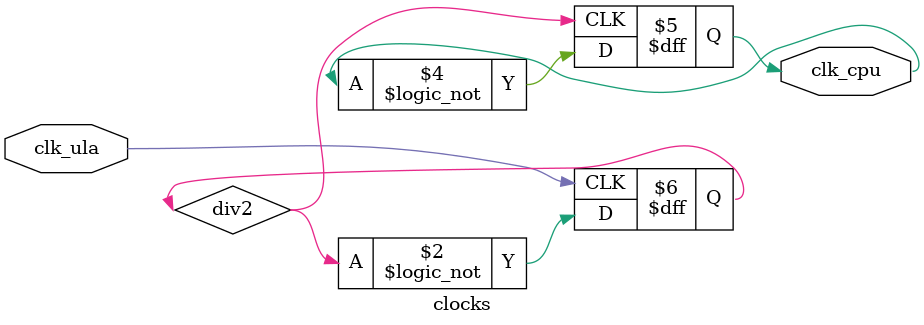
<source format=sv>
module clocks
(
    input wire clk_ula,         // Input ULA clock of 14 MHz
    output reg clk_cpu          // Output 3.5 MHz CPU clock
);

//~~~~~~~~~~~~~~~~~~~~~~~~~~~~~~~~~~~~~~~~~~~~~~~~~~~~~~~~~~~~~~~~~~~~~~~~~~~~
// Generate 3.5 MHz Z80 CPU clock by dividing input clock of 14 MHz by 4
//~~~~~~~~~~~~~~~~~~~~~~~~~~~~~~~~~~~~~~~~~~~~~~~~~~~~~~~~~~~~~~~~~~~~~~~~~~~~
reg div2;                       // PLL clock divided by 2

// Note: In order to test at 3.5 MHz, the PLL needs to be set to generate 14 MHz
// and then this divider-by-4 brings the effective clock down to 3.5 MHz
always @(posedge clk_ula)
begin
    div2 <= !div2;
end

always @(posedge div2)
begin
    clk_cpu = !clk_cpu;
end

endmodule

</source>
